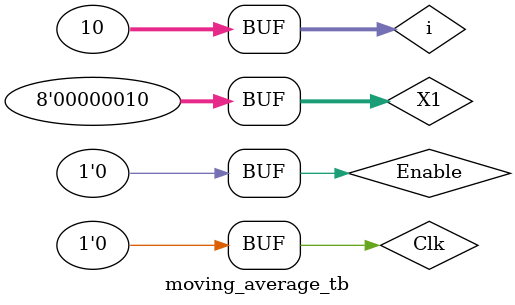
<source format=v>


module moving_average_tb();

	reg Clk, Enable;
	
	reg [7:0] X1 = 8'b0000001;
	
	wire [7:0] Z;
	
	integer i;            // loop variable 
	parameter cycleTime = 10;//number of cycles

	moving_average moving_average(
	.enable_n(Enable), .Clk(Clk), 
	 .X1(X1), .Z(Z)
	);
			
	initial begin
		Clk = 0;
		Enable = 0;
				
		for (i=0; i<cycleTime; i=i+1) begin 
			X1 = 2;
			Clk = ~Clk;
			#5;
		end
	
	end	
endmodule

</source>
